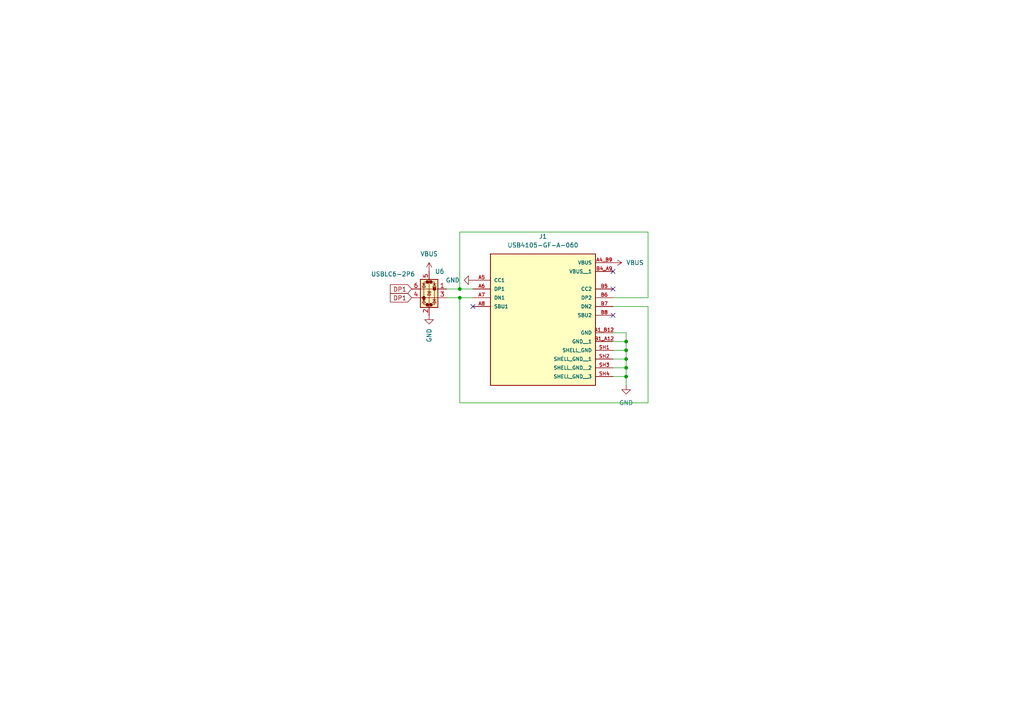
<source format=kicad_sch>
(kicad_sch (version 20231120) (generator "eeschema") (generator_version "8.0")
  (paper "A4")
  (lib_symbols
    (symbol "Power_Protection:USBLC6-2P6" (pin_names hide)
      (property "Reference" "U" (at 0.635 5.715 0))
      (property "Value" "USBLC6-2P6" (at 0.635 3.81 0))
      (symbol "USBLC6-2P6_0_0"
        (circle (center -1.524 0) (radius 0.0001) (stroke (width 0.508)))
        (circle (center -0.508 -4.572) (radius 0.0001) (stroke (width 0.508)))
        (circle (center -0.508 2.032) (radius 0.0001) (stroke (width 0.508)))
        (circle (center 0.508 -4.572) (radius 0.0001) (stroke (width 0.508)))
        (circle (center 0.508 2.032) (radius 0.0001) (stroke (width 0.508)))
        (circle (center 1.524 -2.54) (radius 0.0001) (stroke (width 0.508)))
      )
      (symbol "USBLC6-2P6_0_1"
        (polyline (pts (xy -2.54 -2.54) (xy 2.54 -2.54)))
        (polyline (pts (xy -2.54 0) (xy 2.54 0)))
        (polyline (pts (xy -2.032 -3.048) (xy -1.016 -3.048)))
        (polyline (pts (xy -1.016 1.524) (xy -2.032 1.524)))
        (polyline (pts (xy 1.016 -3.048) (xy 2.032 -3.048)))
        (polyline (pts (xy 1.016 1.524) (xy 2.032 1.524)))
        (polyline (pts (xy -0.508 -1.143) (xy -0.508 -0.762) (xy 0.508 -0.762)))
        (polyline (pts (xy -2.032 0.508) (xy -1.016 0.508) (xy -1.524 1.524) (xy -2.032 0.508)))
        (polyline (pts (xy -1.016 -4.064) (xy -2.032 -4.064) (xy -1.524 -3.048) (xy -1.016 -4.064)))
        (polyline (pts (xy 0.508 -1.778) (xy -0.508 -1.778) (xy 0 -0.762) (xy 0.508 -1.778)))
        (polyline (pts (xy 2.032 -4.064) (xy 1.016 -4.064) (xy 1.524 -3.048) (xy 2.032 -4.064)))
        (polyline (pts (xy 2.032 0.508) (xy 1.016 0.508) (xy 1.524 1.524) (xy 2.032 0.508)))
        (polyline (pts (xy 0 2.54) (xy -0.508 2.032) (xy 0.508 2.032) (xy 0 1.524) (xy 0 -4.064) (xy -0.508 -4.572) (xy 0.508 -4.572) (xy 0 -5.08)))
      )
      (symbol "USBLC6-2P6_1_1"
        (rectangle (start -2.54 2.794) (end 2.54 -5.334) (stroke (width 0.254)) (fill (type background)))
        (polyline (pts (xy -0.508 2.032) (xy -1.524 2.032) (xy -1.524 -4.572) (xy -0.508 -4.572)))
        (polyline (pts (xy 0.508 -4.572) (xy 1.524 -4.572) (xy 1.524 2.032) (xy 0.508 2.032)))
        (pin passive line (at -5.08 0 0) (length 2.54) (name "I/O1") (number "1"))
        (pin passive line (at 0 -7.62 90) (length 2.54) (name "GND") (number "2"))
        (pin passive line (at -5.08 -2.54 0) (length 2.54) (name "I/O2") (number "3"))
        (pin passive line (at 5.08 -2.54 180) (length 2.54) (name "I/O2") (number "4"))
        (pin passive line (at 0 5.08 270) (length 2.54) (name "VBUS") (number "5"))
        (pin passive line (at 5.08 0 180) (length 2.54) (name "I/O1") (number "6"))
      )
    )
    (symbol "SRAD_AVIONICS:USB4105-GF-A-060" (pin_names (offset 1.016))
      (property "Reference" "J" (at -15.24 13.97 0))
      (property "Value" "USB4105-GF-A-060" (at -15.24 -27.94 0))
      (symbol "USB4105-GF-A-060_0_0"
        (rectangle (start -15.24 -25.4) (end 15.24 12.7) (stroke (width 0.254)) (fill (type background)))
        (pin power_in line (at 20.32 -10.16 180) (length 5.08) (name "GND") (number "A1_B12"))
        (pin power_in line (at 20.32 10.16 180) (length 5.08) (name "VBUS") (number "A4_B9"))
        (pin bidirectional line (at -20.32 5.08 0) (length 5.08) (name "CC1") (number "A5"))
        (pin bidirectional line (at -20.32 2.54 0) (length 5.08) (name "DP1") (number "A6"))
        (pin bidirectional line (at -20.32 0 0) (length 5.08) (name "DN1") (number "A7"))
        (pin bidirectional line (at -20.32 -2.54 0) (length 5.08) (name "SBU1") (number "A8"))
        (pin power_in line (at 20.32 -12.7 180) (length 5.08) (name "GND__1") (number "B1_A12"))
        (pin power_in line (at 20.32 7.62 180) (length 5.08) (name "VBUS__1") (number "B4_A9"))
        (pin bidirectional line (at 20.32 2.54 180) (length 5.08) (name "CC2") (number "B5"))
        (pin bidirectional line (at 20.32 0 180) (length 5.08) (name "DP2") (number "B6"))
        (pin bidirectional line (at 20.32 -2.54 180) (length 5.08) (name "DN2") (number "B7"))
        (pin bidirectional line (at 20.32 -5.08 180) (length 5.08) (name "SBU2") (number "B8"))
        (pin power_in line (at 20.32 -15.24 180) (length 5.08) (name "SHELL_GND") (number "SH1"))
        (pin power_in line (at 20.32 -17.78 180) (length 5.08) (name "SHELL_GND__1") (number "SH2"))
        (pin power_in line (at 20.32 -20.32 180) (length 5.08) (name "SHELL_GND__2") (number "SH3"))
        (pin power_in line (at 20.32 -22.86 180) (length 5.08) (name "SHELL_GND__3") (number "SH4"))
      )
    )
    (symbol "power:+3.3V" (power) (pin_numbers hide) (pin_names (offset 0) hide)
      (property "Value" "+3.3V" (at 0 3.556 0))
      (symbol "+3.3V_0_1"
        (polyline (pts (xy -0.762 1.27) (xy 0 2.54)))
        (polyline (pts (xy 0 0) (xy 0 2.54)))
        (polyline (pts (xy 0 2.54) (xy 0.762 1.27)))
      )
      (symbol "+3.3V_1_1"
        (pin power_in line (at 0 0 90) (length 0) (name "~") (number "1"))
      )
    )
    (symbol "power:GND" (power) (pin_numbers hide) (pin_names (offset 0) hide)
      (property "Value" "GND" (at 0 -3.81 0))
      (symbol "GND_0_1"
        (polyline (pts (xy 0 0) (xy 0 -1.27) (xy 1.27 -1.27) (xy 0 -2.54) (xy -1.27 -1.27) (xy 0 -1.27)))
      )
      (symbol "GND_1_1"
        (pin power_in line (at 0 0 270) (length 0) (name "~") (number "1"))
      )
    )
  )
  (junction (at 181.61 101.6))
  (junction (at 181.61 109.22))
  (junction (at 181.61 104.14))
  (junction (at 133.35 86.36))
  (junction (at 181.61 106.68))
  (junction (at 133.35 83.82))
  (junction (at 181.61 99.06))
  (no_connect (at 177.8 91.44))
  (no_connect (at 177.8 83.82))
  (no_connect (at 137.16 88.9))
  (no_connect (at 177.8 78.74))
  (wire (pts (xy 177.8 86.36) (xy 187.96 86.36)))
  (wire (pts (xy 181.61 106.68) (xy 181.61 104.14)))
  (wire (pts (xy 181.61 109.22) (xy 181.61 111.76)))
  (wire (pts (xy 181.61 101.6) (xy 181.61 99.06)))
  (wire (pts (xy 129.54 83.82) (xy 133.35 83.82)))
  (wire (pts (xy 177.8 101.6) (xy 181.61 101.6)))
  (wire (pts (xy 133.35 116.84) (xy 133.35 86.36)))
  (wire (pts (xy 133.35 67.31) (xy 133.35 83.82)))
  (wire (pts (xy 129.54 86.36) (xy 133.35 86.36)))
  (wire (pts (xy 181.61 109.22) (xy 181.61 106.68)))
  (wire (pts (xy 177.8 104.14) (xy 181.61 104.14)))
  (wire (pts (xy 177.8 88.9) (xy 187.96 88.9)))
  (wire (pts (xy 133.35 86.36) (xy 137.16 86.36)))
  (wire (pts (xy 177.8 99.06) (xy 181.61 99.06)))
  (wire (pts (xy 133.35 83.82) (xy 137.16 83.82)))
  (wire (pts (xy 177.8 109.22) (xy 181.61 109.22)))
  (wire (pts (xy 187.96 116.84) (xy 133.35 116.84)))
  (wire (pts (xy 187.96 67.31) (xy 133.35 67.31)))
  (wire (pts (xy 181.61 104.14) (xy 181.61 101.6)))
  (wire (pts (xy 187.96 88.9) (xy 187.96 116.84)))
  (wire (pts (xy 181.61 99.06) (xy 181.61 96.52)))
  (wire (pts (xy 177.8 106.68) (xy 181.61 106.68)))
  (wire (pts (xy 177.8 96.52) (xy 181.61 96.52)))
  (wire (pts (xy 187.96 86.36) (xy 187.96 67.31)))
  (global_label "DP1" (shape input) (at 119.38 86.36 180) (property "Intersheetrefs" "${INTERSHEET_REFS}" (effects (hide yes))))
  (global_label "DP1" (shape input) (at 119.38 83.82 180) (property "Intersheetrefs" "${INTERSHEET_REFS}" (effects (hide yes))))
  (symbol (lib_id "SRAD_AVIONICS:USB4105-GF-A-060") (at 157.48 86.36 0) (unit 1)
    (property "Reference" "J1" (at 157.48 68.58 0))
    (property "Value" "USB4105-GF-A-060" (at 157.48 71.12 0))
    (property "Footprint" "USB4105-GF-A-060:GCT_USB4105-GF-A-060" (effects (hide yes)))
    (property "PARTREV" "B3" (effects (hide yes)))
    (property "MANUFACTURER" "Global Connector Technology" (effects (hide yes)))
    (property "MAXIMUM_PACKAGE_HEIGHT" "3.31mm" (effects (hide yes)))
    (property "STANDARD" "Manufacturer Recommendations" (effects (hide yes)))
  )
  (symbol (lib_id "power:GND") (at 137.16 81.28 270) (unit 1)
    (property "Reference" "#PWR015" (effects (hide yes)))
    (property "Value" "GND" (at 133.35 81.2799 90) (effects (justify right)))
    (property "Description" "Power symbol creates a global label with name \"GND\" , ground" (effects (hide yes)))
  )
  (symbol (lib_id "power:GND") (at 181.61 111.76 0) (unit 1)
    (property "Reference" "#PWR014" (effects (hide yes)))
    (property "Value" "GND" (at 181.61 116.84 0))
    (property "Description" "Power symbol creates a global label with name \"GND\" , ground" (effects (hide yes)))
  )
  (symbol (lib_id "Power_Protection:USBLC6-2P6") (at 124.46 83.82 0) (mirror y) (unit 1)
    (property "Reference" "U6" (at 128.905 78.74 0) (effects (justify left)))
    (property "Value" "USBLC6-2P6" (at 120.396 79.502 0) (effects (justify left)))
    (property "Footprint" "SRAD_AVIONICS:SOT-666_STM-L" (effects (hide yes)))
    (property "Datasheet" "https://www.st.com/resource/en/datasheet/usblc6-2.pdf" (effects (hide yes)))
    (property "Description" "Very low capacitance ESD protection diode, 2 data-line, SOT-666" (effects (hide yes)))
  )
  (symbol (lib_id "power:+3.3V") (at 177.8 76.2 270) (unit 1)
    (property "Reference" "#PWR017" (effects (hide yes)))
    (property "Value" "VBUS" (at 181.61 76.1999 90) (effects (justify left)))
    (property "Description" "Power symbol creates a global label with name \"+3.3V\"" (effects (hide yes)))
  )
  (symbol (lib_id "power:GND") (at 124.46 91.44 0) (unit 1)
    (property "Reference" "#PWR018" (effects (hide yes)))
    (property "Value" "GND" (at 124.4599 95.25 90) (effects (justify right)))
    (property "Description" "Power symbol creates a global label with name \"GND\" , ground" (effects (hide yes)))
  )
  (symbol (lib_id "power:+3.3V") (at 124.46 78.74 0) (unit 1)
    (property "Reference" "#PWR016" (effects (hide yes)))
    (property "Value" "VBUS" (at 124.46 73.66 0))
    (property "Description" "Power symbol creates a global label with name \"+3.3V\"" (effects (hide yes)))
  )
)
</source>
